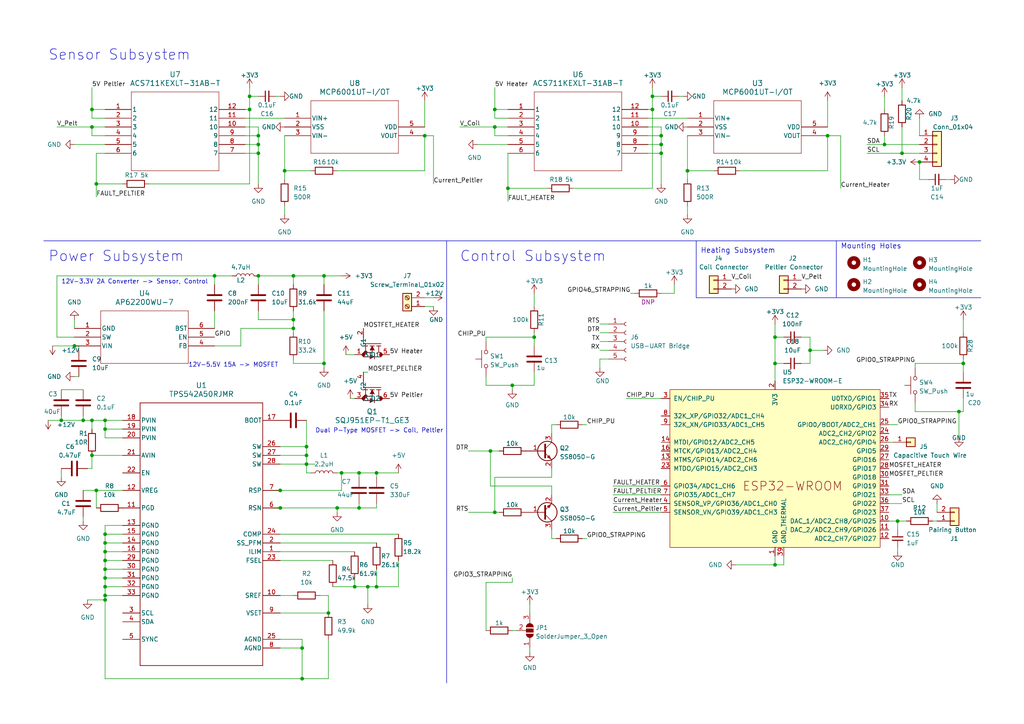
<source format=kicad_sch>
(kicad_sch (version 20230121) (generator eeschema)
  (paper "A4")
  (junction (at 102.87 170.18))
  (junction (at 85.09 95.25))
  (junction (at 26.67 132.08))
  (junction (at 143.51 36.83))
  (junction (at 123.19 39.37))
  (junction (at 189.23 27.94))
  (junction (at 99.06 137.16))
  (junction (at 87.63 187.96))
  (junction (at 154.94 97.79))
  (junction (at 261.62 44.45))
  (junction (at 266.7 46.99))
  (junction (at 260.35 151.13))
  (junction (at 30.48 170.18))
  (junction (at 143.51 31.75))
  (junction (at 72.39 27.94))
  (junction (at 191.77 41.91))
  (junction (at 72.39 31.75))
  (junction (at 30.48 124.46))
  (junction (at 279.4 105.41))
  (junction (at 199.39 49.53))
  (junction (at 104.14 147.32))
  (junction (at 148.59 111.76))
  (junction (at 93.98 80.01))
  (junction (at 93.98 105.41))
  (junction (at 26.67 121.92))
  (junction (at 224.79 105.41))
  (junction (at 142.24 130.81))
  (junction (at 74.93 80.01))
  (junction (at 26.67 36.83))
  (junction (at 30.48 172.72))
  (junction (at 30.48 162.56))
  (junction (at 74.93 41.91))
  (junction (at 81.28 142.24))
  (junction (at 81.28 147.32))
  (junction (at 256.54 41.91))
  (junction (at 147.32 54.61))
  (junction (at 62.23 80.01))
  (junction (at 191.77 39.37))
  (junction (at 97.79 147.32))
  (junction (at 88.9 129.54))
  (junction (at 17.78 121.92))
  (junction (at 85.09 80.01))
  (junction (at 30.48 160.02))
  (junction (at 106.68 170.18))
  (junction (at 109.22 137.16))
  (junction (at 87.63 196.85))
  (junction (at 189.23 31.75))
  (junction (at 143.51 148.59))
  (junction (at 74.93 44.45))
  (junction (at 27.94 142.24))
  (junction (at 109.22 170.18))
  (junction (at 30.48 173.99))
  (junction (at 191.77 44.45))
  (junction (at 26.67 31.75))
  (junction (at 30.48 157.48))
  (junction (at 82.55 49.53))
  (junction (at 30.48 165.1))
  (junction (at 240.03 39.37))
  (junction (at 24.13 121.92))
  (junction (at 278.13 119.38))
  (junction (at 224.79 163.83))
  (junction (at 85.09 92.71))
  (junction (at 74.93 39.37))
  (junction (at 95.25 177.8))
  (junction (at 88.9 134.62))
  (junction (at 21.59 100.33))
  (junction (at 224.79 97.79))
  (junction (at 30.48 167.64))
  (junction (at 234.95 101.6))
  (junction (at 104.14 137.16))
  (junction (at 30.48 154.94))
  (junction (at 27.94 53.34))
  (junction (at 88.9 132.08))
  (junction (at 30.48 121.92))
  (wire (pts (xy 148.59 111.76) (xy 148.59 113.03)))
  (wire (pts (xy 140.97 109.22) (xy 140.97 111.76)))
  (wire (pts (xy 93.98 82.55) (xy 93.98 80.01)))
  (wire (pts (xy 143.51 148.59) (xy 144.78 148.59)))
  (wire (pts (xy 72.39 31.75) (xy 72.39 53.34)))
  (wire (pts (xy 62.23 90.17) (xy 62.23 95.25)))
  (wire (pts (xy 104.14 146.05) (xy 104.14 147.32)))
  (wire (pts (xy 104.14 138.43) (xy 104.14 137.16)))
  (wire (pts (xy 72.39 27.94) (xy 74.93 27.94)))
  (wire (pts (xy 189.23 27.94) (xy 189.23 31.75)))
  (wire (pts (xy 81.28 185.42) (xy 87.63 185.42)))
  (wire (pts (xy 30.48 160.02) (xy 30.48 162.56)))
  (wire (pts (xy 102.87 167.64) (xy 102.87 170.18)))
  (wire (pts (xy 69.85 100.33) (xy 69.85 95.25)))
  (wire (pts (xy 30.48 172.72) (xy 30.48 173.99)))
  (wire (pts (xy 195.58 82.55) (xy 195.58 85.09)))
  (wire (pts (xy 26.67 25.4) (xy 26.67 31.75)))
  (wire (pts (xy 71.12 36.83) (xy 74.93 36.83)))
  (wire (pts (xy 261.62 25.4) (xy 261.62 29.21)))
  (wire (pts (xy 109.22 165.1) (xy 109.22 170.18)))
  (wire (pts (xy 95.25 172.72) (xy 95.25 177.8)))
  (wire (pts (xy 148.59 167.64) (xy 148.59 168.91)))
  (wire (pts (xy 123.19 86.36) (xy 125.73 86.36)))
  (wire (pts (xy 125.73 39.37) (xy 125.73 53.34)))
  (wire (pts (xy 30.48 157.48) (xy 30.48 160.02)))
  (wire (pts (xy 191.77 85.09) (xy 195.58 85.09)))
  (wire (pts (xy 27.94 44.45) (xy 30.48 44.45)))
  (wire (pts (xy 30.48 170.18) (xy 35.56 170.18)))
  (polyline (pts (xy 201.93 86.36) (xy 284.48 86.36)))
  (wire (pts (xy 123.19 39.37) (xy 125.73 39.37)))
  (wire (pts (xy 30.48 167.64) (xy 30.48 170.18)))
  (wire (pts (xy 74.93 92.71) (xy 74.93 90.17)))
  (wire (pts (xy 81.28 142.24) (xy 99.06 142.24)))
  (wire (pts (xy 260.35 123.19) (xy 257.81 123.19)))
  (wire (pts (xy 274.32 52.07) (xy 275.59 52.07)))
  (wire (pts (xy 135.89 148.59) (xy 143.51 148.59)))
  (wire (pts (xy 88.9 134.62) (xy 81.28 134.62)))
  (wire (pts (xy 279.4 104.14) (xy 279.4 105.41)))
  (wire (pts (xy 187.96 44.45) (xy 191.77 44.45)))
  (wire (pts (xy 199.39 49.53) (xy 199.39 52.07)))
  (wire (pts (xy 265.43 106.68) (xy 265.43 105.41)))
  (wire (pts (xy 62.23 80.01) (xy 67.31 80.01)))
  (wire (pts (xy 189.23 31.75) (xy 189.23 54.61)))
  (wire (pts (xy 271.78 146.05) (xy 271.78 148.59)))
  (wire (pts (xy 243.84 39.37) (xy 240.03 39.37)))
  (wire (pts (xy 154.94 97.79) (xy 154.94 100.33)))
  (wire (pts (xy 30.48 121.92) (xy 35.56 121.92)))
  (wire (pts (xy 43.18 53.34) (xy 72.39 53.34)))
  (wire (pts (xy 199.39 39.37) (xy 199.39 49.53)))
  (wire (pts (xy 30.48 170.18) (xy 30.48 172.72)))
  (wire (pts (xy 82.55 59.69) (xy 82.55 62.23)))
  (wire (pts (xy 257.81 128.27) (xy 259.08 128.27)))
  (wire (pts (xy 243.84 39.37) (xy 243.84 54.61)))
  (polyline (pts (xy 242.57 69.85) (xy 242.57 86.36)))
  (wire (pts (xy 69.85 95.25) (xy 85.09 95.25)))
  (wire (pts (xy 30.48 152.4) (xy 30.48 154.94)))
  (wire (pts (xy 25.4 173.99) (xy 30.48 173.99)))
  (wire (pts (xy 160.02 140.97) (xy 142.24 140.97)))
  (wire (pts (xy 95.25 185.42) (xy 95.25 196.85)))
  (wire (pts (xy 71.12 31.75) (xy 72.39 31.75)))
  (wire (pts (xy 256.54 27.94) (xy 256.54 31.75)))
  (wire (pts (xy 224.79 97.79) (xy 227.33 97.79)))
  (wire (pts (xy 265.43 116.84) (xy 265.43 119.38)))
  (wire (pts (xy 266.7 52.07) (xy 269.24 52.07)))
  (wire (pts (xy 154.94 96.52) (xy 154.94 97.79)))
  (wire (pts (xy 187.96 39.37) (xy 191.77 39.37)))
  (wire (pts (xy 88.9 121.92) (xy 88.9 129.54)))
  (wire (pts (xy 148.59 168.91) (xy 140.97 168.91)))
  (wire (pts (xy 160.02 156.21) (xy 161.29 156.21)))
  (wire (pts (xy 189.23 25.4) (xy 189.23 27.94)))
  (wire (pts (xy 143.51 25.4) (xy 143.51 31.75)))
  (wire (pts (xy 92.71 172.72) (xy 95.25 172.72)))
  (wire (pts (xy 30.48 154.94) (xy 30.48 157.48)))
  (wire (pts (xy 82.55 49.53) (xy 82.55 52.07)))
  (wire (pts (xy 17.78 120.65) (xy 17.78 121.92)))
  (wire (pts (xy 62.23 100.33) (xy 69.85 100.33)))
  (wire (pts (xy 24.13 149.86) (xy 24.13 151.13)))
  (wire (pts (xy 93.98 90.17) (xy 93.98 105.41)))
  (wire (pts (xy 224.79 97.79) (xy 224.79 105.41)))
  (wire (pts (xy 133.35 36.83) (xy 143.51 36.83)))
  (wire (pts (xy 143.51 138.43) (xy 143.51 148.59)))
  (wire (pts (xy 251.46 41.91) (xy 256.54 41.91)))
  (wire (pts (xy 168.91 156.21) (xy 170.18 156.21)))
  (wire (pts (xy 160.02 138.43) (xy 143.51 138.43)))
  (wire (pts (xy 71.12 34.29) (xy 82.55 34.29)))
  (wire (pts (xy 173.99 96.52) (xy 176.53 96.52)))
  (wire (pts (xy 123.19 49.53) (xy 123.19 39.37)))
  (wire (pts (xy 74.93 44.45) (xy 74.93 53.34)))
  (wire (pts (xy 88.9 129.54) (xy 88.9 132.08)))
  (wire (pts (xy 278.13 119.38) (xy 278.13 127)))
  (wire (pts (xy 26.67 121.92) (xy 30.48 121.92)))
  (wire (pts (xy 147.32 34.29) (xy 143.51 34.29)))
  (wire (pts (xy 109.22 170.18) (xy 115.57 170.18)))
  (wire (pts (xy 13.97 121.92) (xy 17.78 121.92)))
  (wire (pts (xy 71.12 39.37) (xy 74.93 39.37)))
  (wire (pts (xy 85.09 82.55) (xy 85.09 80.01)))
  (wire (pts (xy 153.67 175.26) (xy 153.67 177.8)))
  (wire (pts (xy 81.28 187.96) (xy 87.63 187.96)))
  (wire (pts (xy 25.4 135.89) (xy 26.67 135.89)))
  (wire (pts (xy 30.48 162.56) (xy 35.56 162.56)))
  (polyline (pts (xy 12.7 69.85) (xy 284.48 69.85)))
  (wire (pts (xy 90.17 137.16) (xy 88.9 137.16)))
  (wire (pts (xy 143.51 31.75) (xy 147.32 31.75)))
  (wire (pts (xy 104.14 137.16) (xy 109.22 137.16)))
  (wire (pts (xy 87.63 187.96) (xy 87.63 196.85)))
  (wire (pts (xy 62.23 80.01) (xy 62.23 82.55)))
  (wire (pts (xy 85.09 104.14) (xy 85.09 105.41)))
  (wire (pts (xy 266.7 34.29) (xy 266.7 39.37)))
  (wire (pts (xy 30.48 124.46) (xy 30.48 121.92)))
  (wire (pts (xy 22.86 100.33) (xy 21.59 100.33)))
  (wire (pts (xy 88.9 132.08) (xy 88.9 134.62)))
  (wire (pts (xy 160.02 143.51) (xy 160.02 140.97)))
  (wire (pts (xy 102.87 170.18) (xy 106.68 170.18)))
  (wire (pts (xy 21.59 41.91) (xy 30.48 41.91)))
  (wire (pts (xy 251.46 44.45) (xy 261.62 44.45)))
  (wire (pts (xy 191.77 41.91) (xy 191.77 44.45)))
  (wire (pts (xy 260.35 158.75) (xy 260.35 160.02)))
  (polyline (pts (xy 129.54 166.37) (xy 129.54 198.12)))
  (wire (pts (xy 81.28 177.8) (xy 95.25 177.8)))
  (wire (pts (xy 191.77 36.83) (xy 191.77 39.37)))
  (wire (pts (xy 260.35 151.13) (xy 260.35 153.67)))
  (wire (pts (xy 270.51 151.13) (xy 271.78 151.13)))
  (wire (pts (xy 26.67 135.89) (xy 26.67 132.08)))
  (wire (pts (xy 93.98 80.01) (xy 99.06 80.01)))
  (wire (pts (xy 16.51 36.83) (xy 26.67 36.83)))
  (wire (pts (xy 105.41 107.95) (xy 106.68 107.95)))
  (wire (pts (xy 265.43 105.41) (xy 279.4 105.41)))
  (wire (pts (xy 138.43 41.91) (xy 147.32 41.91)))
  (wire (pts (xy 224.79 105.41) (xy 227.33 105.41)))
  (wire (pts (xy 81.28 157.48) (xy 109.22 157.48)))
  (wire (pts (xy 30.48 173.99) (xy 30.48 196.85)))
  (wire (pts (xy 182.88 85.09) (xy 184.15 85.09)))
  (wire (pts (xy 35.56 142.24) (xy 27.94 142.24)))
  (wire (pts (xy 154.94 85.09) (xy 154.94 88.9)))
  (wire (pts (xy 97.79 137.16) (xy 99.06 137.16)))
  (wire (pts (xy 30.48 34.29) (xy 26.67 34.29)))
  (wire (pts (xy 35.56 157.48) (xy 30.48 157.48)))
  (wire (pts (xy 140.97 111.76) (xy 148.59 111.76)))
  (wire (pts (xy 82.55 39.37) (xy 82.55 49.53)))
  (wire (pts (xy 26.67 34.29) (xy 26.67 31.75)))
  (wire (pts (xy 88.9 137.16) (xy 88.9 134.62)))
  (wire (pts (xy 173.99 101.6) (xy 176.53 101.6)))
  (wire (pts (xy 24.13 120.65) (xy 24.13 121.92)))
  (wire (pts (xy 234.95 101.6) (xy 238.76 101.6)))
  (wire (pts (xy 154.94 111.76) (xy 148.59 111.76)))
  (wire (pts (xy 187.96 34.29) (xy 199.39 34.29)))
  (wire (pts (xy 279.4 105.41) (xy 279.4 107.95)))
  (wire (pts (xy 177.8 146.05) (xy 191.77 146.05)))
  (wire (pts (xy 279.4 92.71) (xy 279.4 96.52)))
  (wire (pts (xy 27.94 53.34) (xy 27.94 44.45)))
  (wire (pts (xy 72.39 27.94) (xy 72.39 31.75)))
  (wire (pts (xy 71.12 44.45) (xy 74.93 44.45)))
  (wire (pts (xy 187.96 41.91) (xy 191.77 41.91)))
  (wire (pts (xy 80.01 27.94) (xy 81.28 27.94)))
  (wire (pts (xy 147.32 54.61) (xy 147.32 58.42)))
  (wire (pts (xy 227.33 161.29) (xy 227.33 163.83)))
  (wire (pts (xy 30.48 165.1) (xy 30.48 167.64)))
  (wire (pts (xy 143.51 36.83) (xy 147.32 36.83)))
  (wire (pts (xy 109.22 138.43) (xy 109.22 137.16)))
  (wire (pts (xy 224.79 93.98) (xy 224.79 97.79)))
  (wire (pts (xy 30.48 39.37) (xy 26.67 39.37)))
  (wire (pts (xy 99.06 142.24) (xy 99.06 137.16)))
  (wire (pts (xy 123.19 88.9) (xy 125.73 88.9)))
  (wire (pts (xy 261.62 36.83) (xy 261.62 44.45)))
  (wire (pts (xy 74.93 41.91) (xy 74.93 44.45)))
  (wire (pts (xy 257.81 146.05) (xy 261.62 146.05)))
  (wire (pts (xy 143.51 39.37) (xy 143.51 36.83)))
  (wire (pts (xy 21.59 97.79) (xy 16.51 97.79)))
  (wire (pts (xy 26.67 121.92) (xy 26.67 124.46)))
  (wire (pts (xy 227.33 163.83) (xy 224.79 163.83)))
  (wire (pts (xy 123.19 29.21) (xy 123.19 36.83)))
  (wire (pts (xy 224.79 105.41) (xy 224.79 110.49)))
  (wire (pts (xy 168.91 123.19) (xy 170.18 123.19)))
  (wire (pts (xy 82.55 49.53) (xy 90.17 49.53)))
  (wire (pts (xy 30.48 167.64) (xy 35.56 167.64)))
  (wire (pts (xy 181.61 115.57) (xy 191.77 115.57)))
  (wire (pts (xy 30.48 162.56) (xy 30.48 165.1)))
  (wire (pts (xy 279.4 119.38) (xy 278.13 119.38)))
  (wire (pts (xy 257.81 143.51) (xy 261.62 143.51)))
  (wire (pts (xy 160.02 135.89) (xy 160.02 138.43)))
  (wire (pts (xy 97.79 147.32) (xy 104.14 147.32)))
  (wire (pts (xy 189.23 27.94) (xy 191.77 27.94)))
  (wire (pts (xy 17.78 121.92) (xy 24.13 121.92)))
  (wire (pts (xy 21.59 92.71) (xy 21.59 95.25)))
  (polyline (pts (xy 201.93 69.85) (xy 201.93 86.36)))
  (wire (pts (xy 140.97 168.91) (xy 140.97 182.88)))
  (wire (pts (xy 177.8 143.51) (xy 191.77 143.51)))
  (wire (pts (xy 78.74 142.24) (xy 81.28 142.24)))
  (wire (pts (xy 81.28 132.08) (xy 88.9 132.08)))
  (wire (pts (xy 17.78 113.03) (xy 24.13 113.03)))
  (wire (pts (xy 187.96 31.75) (xy 189.23 31.75)))
  (wire (pts (xy 224.79 161.29) (xy 224.79 163.83)))
  (wire (pts (xy 140.97 99.06) (xy 140.97 97.79)))
  (wire (pts (xy 261.62 44.45) (xy 266.7 44.45)))
  (wire (pts (xy 256.54 39.37) (xy 256.54 41.91)))
  (wire (pts (xy 26.67 132.08) (xy 35.56 132.08)))
  (wire (pts (xy 16.51 80.01) (xy 62.23 80.01)))
  (wire (pts (xy 148.59 182.88) (xy 149.86 182.88)))
  (polyline (pts (xy 129.54 166.37) (xy 129.54 69.85)))
  (wire (pts (xy 74.93 36.83) (xy 74.93 39.37)))
  (wire (pts (xy 26.67 36.83) (xy 30.48 36.83)))
  (wire (pts (xy 71.12 41.91) (xy 74.93 41.91)))
  (wire (pts (xy 27.94 142.24) (xy 27.94 147.32)))
  (wire (pts (xy 232.41 97.79) (xy 234.95 97.79)))
  (wire (pts (xy 109.22 146.05) (xy 109.22 147.32)))
  (wire (pts (xy 17.78 135.89) (xy 17.78 138.43)))
  (wire (pts (xy 106.68 170.18) (xy 109.22 170.18)))
  (wire (pts (xy 85.09 95.25) (xy 85.09 96.52)))
  (wire (pts (xy 173.99 99.06) (xy 176.53 99.06)))
  (wire (pts (xy 147.32 39.37) (xy 143.51 39.37)))
  (wire (pts (xy 97.79 147.32) (xy 97.79 148.59)))
  (wire (pts (xy 266.7 46.99) (xy 266.7 52.07)))
  (wire (pts (xy 265.43 119.38) (xy 278.13 119.38)))
  (wire (pts (xy 81.28 172.72) (xy 85.09 172.72)))
  (wire (pts (xy 177.8 140.97) (xy 191.77 140.97)))
  (wire (pts (xy 30.48 172.72) (xy 35.56 172.72)))
  (wire (pts (xy 199.39 59.69) (xy 199.39 62.23)))
  (wire (pts (xy 30.48 196.85) (xy 87.63 196.85)))
  (wire (pts (xy 187.96 36.83) (xy 191.77 36.83)))
  (wire (pts (xy 85.09 80.01) (xy 74.93 80.01)))
  (wire (pts (xy 256.54 41.91) (xy 266.7 41.91)))
  (wire (pts (xy 88.9 134.62) (xy 91.44 134.62)))
  (wire (pts (xy 173.99 93.98) (xy 176.53 93.98)))
  (wire (pts (xy 81.28 129.54) (xy 88.9 129.54)))
  (wire (pts (xy 160.02 153.67) (xy 160.02 156.21)))
  (wire (pts (xy 234.95 97.79) (xy 234.95 101.6)))
  (wire (pts (xy 30.48 124.46) (xy 35.56 124.46)))
  (wire (pts (xy 30.48 127) (xy 30.48 124.46)))
  (wire (pts (xy 30.48 154.94) (xy 35.56 154.94)))
  (wire (pts (xy 101.6 115.57) (xy 102.87 115.57)))
  (wire (pts (xy 15.24 100.33) (xy 21.59 100.33)))
  (wire (pts (xy 81.28 154.94) (xy 115.57 154.94)))
  (wire (pts (xy 104.14 147.32) (xy 109.22 147.32)))
  (wire (pts (xy 166.37 54.61) (xy 189.23 54.61)))
  (wire (pts (xy 153.67 187.96) (xy 153.67 189.23)))
  (wire (pts (xy 74.93 80.01) (xy 74.93 82.55)))
  (wire (pts (xy 21.59 109.22) (xy 22.86 109.22)))
  (wire (pts (xy 240.03 29.21) (xy 240.03 36.83)))
  (wire (pts (xy 154.94 107.95) (xy 154.94 111.76)))
  (wire (pts (xy 100.33 102.87) (xy 102.87 102.87)))
  (wire (pts (xy 85.09 92.71) (xy 85.09 95.25)))
  (wire (pts (xy 232.41 105.41) (xy 234.95 105.41)))
  (wire (pts (xy 85.09 105.41) (xy 93.98 105.41)))
  (wire (pts (xy 161.29 123.19) (xy 160.02 123.19)))
  (wire (pts (xy 240.03 49.53) (xy 240.03 39.37)))
  (wire (pts (xy 109.22 137.16) (xy 115.57 137.16)))
  (wire (pts (xy 85.09 90.17) (xy 85.09 92.71)))
  (wire (pts (xy 35.56 152.4) (xy 30.48 152.4)))
  (wire (pts (xy 142.24 140.97) (xy 142.24 130.81)))
  (wire (pts (xy 99.06 137.16) (xy 104.14 137.16)))
  (wire (pts (xy 234.95 101.6) (xy 234.95 105.41)))
  (wire (pts (xy 30.48 160.02) (xy 35.56 160.02)))
  (wire (pts (xy 160.02 123.19) (xy 160.02 125.73)))
  (wire (pts (xy 260.35 151.13) (xy 262.89 151.13)))
  (wire (pts (xy 72.39 25.4) (xy 72.39 27.94)))
  (wire (pts (xy 199.39 49.53) (xy 207.01 49.53)))
  (wire (pts (xy 176.53 104.14) (xy 173.99 104.14)))
  (wire (pts (xy 147.32 44.45) (xy 147.32 54.61)))
  (wire (pts (xy 143.51 34.29) (xy 143.51 31.75)))
  (wire (pts (xy 279.4 115.57) (xy 279.4 119.38)))
  (wire (pts (xy 87.63 196.85) (xy 95.25 196.85)))
  (wire (pts (xy 106.68 170.18) (xy 106.68 175.26)))
  (wire (pts (xy 81.28 162.56) (xy 96.52 162.56)))
  (wire (pts (xy 191.77 44.45) (xy 191.77 53.34)))
  (wire (pts (xy 27.94 53.34) (xy 35.56 53.34)))
  (wire (pts (xy 214.63 49.53) (xy 240.03 49.53)))
  (wire (pts (xy 27.94 53.34) (xy 27.94 57.15)))
  (wire (pts (xy 224.79 163.83) (xy 213.36 163.83)))
  (wire (pts (xy 81.28 160.02) (xy 102.87 160.02)))
  (wire (pts (xy 26.67 39.37) (xy 26.67 36.83)))
  (wire (pts (xy 26.67 31.75) (xy 30.48 31.75)))
  (wire (pts (xy 142.24 130.81) (xy 144.78 130.81)))
  (wire (pts (xy 24.13 142.24) (xy 27.94 142.24)))
  (wire (pts (xy 78.74 147.32) (xy 81.28 147.32)))
  (wire (pts (xy 87.63 185.42) (xy 87.63 187.96)))
  (wire (pts (xy 93.98 80.01) (xy 85.09 80.01)))
  (wire (pts (xy 30.48 165.1) (xy 35.56 165.1)))
  (wire (pts (xy 97.79 49.53) (xy 123.19 49.53)))
  (wire (pts (xy 135.89 130.81) (xy 142.24 130.81)))
  (wire (pts (xy 74.93 39.37) (xy 74.93 41.91)))
  (wire (pts (xy 35.56 127) (xy 30.48 127)))
  (wire (pts (xy 257.81 151.13) (xy 260.35 151.13)))
  (wire (pts (xy 115.57 162.56) (xy 115.57 170.18)))
  (wire (pts (xy 85.09 92.71) (xy 74.93 92.71)))
  (wire (pts (xy 173.99 104.14) (xy 173.99 106.68)))
  (wire (pts (xy 81.28 147.32) (xy 97.79 147.32)))
  (wire (pts (xy 177.8 148.59) (xy 191.77 148.59)))
  (wire (pts (xy 93.98 105.41) (xy 93.98 106.68)))
  (wire (pts (xy 191.77 39.37) (xy 191.77 41.91)))
  (wire (pts (xy 196.85 27.94) (xy 198.12 27.94)))
  (wire (pts (xy 147.32 54.61) (xy 158.75 54.61)))
  (wire (pts (xy 16.51 97.79) (xy 16.51 80.01)))
  (wire (pts (xy 96.52 170.18) (xy 102.87 170.18)))
  (wire (pts (xy 140.97 97.79) (xy 154.94 97.79)))
  (wire (pts (xy 24.13 121.92) (xy 26.67 121.92)))
  (wire (pts (xy 22.86 100.33) (xy 22.86 101.6)))
  (text "Heating Subsystem" (at 203.2 73.66 0) (effects (font (size 1.5 1.5)) (justify left bottom)))
  (text "Dual P-Type MOSFET -> Coil, Peltier" (at 91.44 125.73 0) (effects (font (size 1.27 1.27)) (justify left bottom)))
  (text "Control Subsystem" (at 133.35 76.2 0) (effects (font (size 3 3)) (justify left bottom)))
  (text "Power Subsystem" (at 13.97 76.2 0) (effects (font (size 3 3)) (justify left bottom)))
  (text "Mounting Holes" (at 243.84 72.39 0) (effects (font (size 1.5 1.5)) (justify left bottom)))
  (text "12V-5.5V 15A -> MOSFET\n" (at 54.61 106.68 0) (effects (font (size 1.27 1.27)) (justify left bottom)))
  (text "12V-3.3V 2A Converter -> Sensor, Control" (at 17.78 82.55 0) (effects (font (size 1.27 1.27)) (justify left bottom)))
  (text "Sensor Subsystem" (at 13.97 17.78 0) (effects (font (size 3 3)) (justify left bottom)))
  (label "GPIO0_STRAPPING" (at 170.18 156.21 0))
  (label "FAULT_PELTIER" (at 27.94 57.15 0))
  (label "CHIP_PU" (at 140.97 97.79 180))
  (label "TX" (at 173.99 99.06 180))
  (label "V_Pelt" (at 16.51 36.83 0))
  (label "SDA" (at 251.46 41.91 0))
  (label "RTS" (at 173.99 93.98 180))
  (label "RX" (at 173.99 101.6 180))
  (label "MOSFET_PELTIER" (at 106.68 107.95 0))
  (label "RX" (at 257.81 118.11 0))
  (label "SCL" (at 251.46 44.45 0))
  (label "V_Pelt" (at 232.41 81.28 0))
  (label "GPIO0_STRAPPING" (at 265.43 105.41 180))
  (label "SDA" (at 261.62 143.51 0))
  (label "5V Peltier" (at 113.03 115.57 0))
  (label "SCL" (at 261.62 146.05 0))
  (label "GPIO0_STRAPPING" (at 260.35 123.19 0))
  (label "TX" (at 257.81 115.57 0))
  (label "DTR" (at 173.99 96.52 180))
  (label "CHIP_PU" (at 181.61 115.57 0))
  (label "GPIO46_STRAPPING" (at 182.88 85.09 180))
  (label "5V Peltier" (at 26.67 25.4 0))
  (label "FAULT_HEATER" (at 177.8 140.97 0))
  (label "MOSFET_HEATER" (at 257.81 135.89 0))
  (label "MOSTFET_HEATER" (at 105.41 95.25 0))
  (label "V_Coil" (at 212.09 81.28 0))
  (label "GPIO" (at 62.23 97.79 0))
  (label "Current_Heater" (at 177.8 146.05 0))
  (label "DTR" (at 135.89 130.81 180))
  (label "FAULT_HEATER" (at 147.32 58.42 0))
  (label "CHIP_PU" (at 170.18 123.19 0))
  (label "5V Heater" (at 143.51 25.4 0))
  (label "RTS" (at 135.89 148.59 180))
  (label "Current_Peltier" (at 125.73 53.34 0))
  (label "GPIO3_STRAPPING" (at 148.59 167.64 180))
  (label "Current_Peltier" (at 177.8 148.59 0))
  (label "MOSFET_PELTIER" (at 257.81 138.43 0))
  (label "FAULT_PELTIER" (at 177.8 143.51 0))
  (label "5V Heater" (at 113.03 102.87 0))
  (label "V_Coil" (at 133.35 36.83 0))
  (label "Current_Heater" (at 243.84 54.61 0))
  (symbol (lib_id "Connector_Generic:Conn_01x02") (at 207.01 81.28 0) (mirror y) (unit 1)
    (property "Reference" "J4" (at 209.55 74.93 0) (effects (justify left)))
    (property "Value" "Coil Connector" (at 217.17 77.47 0) (effects (justify left)))
    (property "Footprint" "TerminalBlock_TE-Connectivity:TerminalBlock_TE_282834-2_1x02_P2.54mm_Horizontal" (effects hide))
  )
  (symbol (lib_id "Device:L") (at 71.12 80.01 90) (unit 1)
    (property "Reference" "L2" (at 69.85 81.28 90))
    (property "Value" "4.7uH" (at 69.85 77.47 90))
    (property "Footprint" "Inductor_SMD:L_0805_2012Metric" (effects hide))
  )
  (symbol (lib_id "basic:R") (at 261.62 33.02 0) (unit 1)
    (property "Reference" "R20" (at 263.652 33.02 90))
    (property "Value" "4.7k" (at 262.89 29.21 0) (effects (justify left)))
    (property "Footprint" "Resistor_SMD:R_0805_2012Metric" (effects hide))
  )
  (symbol (lib_id "power:+5V") (at 115.57 137.16 0) (unit 1)
    (property "Reference" "#PWR019" (effects hide))
    (property "Value" "+5V" (at 115.57 132.08 0))
  )
  (symbol (lib_id "basic:C") (at 154.94 104.14 0) (unit 1)
    (property "Reference" "C13" (at 157.861 104.5738 0) (effects (justify left)))
    (property "Value" "1u" (at 155.575 106.68 0) (effects (justify left)))
    (property "Footprint" "Capacitor_SMD:C_0805_2012Metric" (effects hide))
  )
  (symbol (lib_id "Device:C_Small") (at 260.35 156.21 0) (unit 1)
    (property "Reference" "C15" (at 262.89 154.9463 0) (effects (justify left)))
    (property "Value" "1uF" (at 262.89 157.4863 0) (effects (justify left)))
    (property "Footprint" "Capacitor_SMD:C_0805_2012Metric" (effects hide))
  )
  (symbol (lib_id "Device:C") (at 24.13 116.84 0) (unit 1)
    (property "Reference" "C2" (at 27.94 115.57 0) (effects (justify left)))
    (property "Value" "0.1uF" (at 27.94 118.11 0) (effects (justify left)))
    (property "Footprint" "Capacitor_SMD:C_0805_2012Metric" (effects hide))
  )
  (symbol (lib_name "+3V3_1") (lib_id "power:+3V3") (at 240.03 29.21 0) (unit 1)
    (property "Reference" "#PWR028" (effects hide))
    (property "Value" "+3V3" (at 240.03 24.13 0))
  )
  (symbol (lib_id "Device:R") (at 26.67 128.27 0) (unit 1)
    (property "Reference" "R1" (at 22.86 125.73 0) (effects (justify left)))
    (property "Value" "10R" (at 21.59 128.27 0) (effects (justify left)))
    (property "Footprint" "Resistor_SMD:R_0805_2012Metric" (effects hide))
  )
  (symbol (lib_id "power:+3V3") (at 195.58 82.55 0) (unit 1)
    (property "Reference" "#PWR042" (effects hide))
    (property "Value" "+3V3" (at 195.58 78.9742 0))
  )
  (symbol (lib_id "Mechanical:MountingHole") (at 247.65 76.2 0) (unit 1)
    (property "Reference" "H1" (at 250.19 75.3653 0) (effects (justify left)))
    (property "Value" "MountingHole" (at 250.19 77.9022 0) (effects (justify left)))
    (property "Footprint" "MountingHole:MountingHole_3.2mm_M3" (effects hide))
  )
  (symbol (lib_id "power:GND") (at 212.09 83.82 90) (unit 1)
    (property "Reference" "#PWR035" (effects hide))
    (property "Value" "GND" (at 215.9 83.82 90) (effects (justify right)))
  )
  (symbol (lib_id "basic:C") (at 279.4 111.76 0) (unit 1)
    (property "Reference" "C20" (at 280.67 116.84 0) (effects (justify left)))
    (property "Value" "1u" (at 280.035 114.3 0) (effects (justify left)))
    (property "Footprint" "Capacitor_SMD:C_0805_2012Metric" (effects hide))
  )
  (symbol (lib_id "Device:C") (at 17.78 116.84 0) (unit 1)
    (property "Reference" "C3" (at 13.97 114.3 0) (effects (justify left)))
    (property "Value" "40uF" (at 12.7 119.38 0) (effects (justify left)))
    (property "Footprint" "Capacitor_SMD:C_0805_2012Metric" (effects hide))
  )
  (symbol (lib_id "Device:C") (at 22.86 105.41 180) (unit 1)
    (property "Reference" "C9" (at 26.67 104.14 0) (effects (justify right)))
    (property "Value" "10uF" (at 26.67 106.68 0) (effects (justify right)))
    (property "Footprint" "Capacitor_SMD:C_0805_2012Metric" (effects hide))
  )
  (symbol (lib_id "Device:R") (at 95.25 181.61 0) (unit 1)
    (property "Reference" "R3" (at 97.79 180.34 0) (effects (justify left)))
    (property "Value" "49.9k" (at 97.79 182.88 0) (effects (justify left)))
    (property "Footprint" "Resistor_SMD:R_0805_2012Metric" (effects hide))
  )
  (symbol (lib_id "Device:R") (at 85.09 86.36 0) (unit 1)
    (property "Reference" "R9" (at 86.36 85.09 0) (effects (justify left)))
    (property "Value" "31.6k" (at 86.36 87.63 0) (effects (justify left)))
    (property "Footprint" "Resistor_SMD:R_0805_2012Metric" (effects hide))
  )
  (symbol (lib_id "Connector:Conn_01x05_Female") (at 181.61 99.06 0) (unit 1)
    (property "Reference" "J6" (at 182.88 97.79 0) (effects (justify left)))
    (property "Value" "USB-UART Bridge" (at 182.88 100.33 0) (effects (justify left)))
    (property "Footprint" "Connector_PinHeader_2.54mm:PinHeader_1x05_P2.54mm_Vertical" (effects hide))
  )
  (symbol (lib_id "Device:R") (at 39.37 53.34 90) (unit 1)
    (property "Reference" "R17" (at 38.1 50.8 90))
    (property "Value" "5k" (at 41.91 50.8 90))
    (property "Footprint" "Resistor_SMD:R_0805_2012Metric" (effects hide))
  )
  (symbol (lib_id "power:GND") (at 106.68 175.26 0) (unit 1)
    (property "Reference" "#PWR03" (effects hide))
    (property "Value" "GND" (at 106.68 180.34 0))
  )
  (symbol (lib_id "power:GND") (at 148.59 113.03 0) (unit 1)
    (property "Reference" "#PWR015" (effects hide))
    (property "Value" "GND" (at 148.59 117.4734 0))
  )
  (symbol (lib_id "power:+3.3V") (at 266.7 46.99 90) (unit 1)
    (property "Reference" "#PWR013" (effects hide))
    (property "Value" "+3.3V" (at 262.89 46.99 90) (effects (justify left)))
  )
  (symbol (lib_id "Switch:SW_Push") (at 265.43 111.76 90) (unit 1)
    (property "Reference" "SW4" (at 266.573 110.9253 90) (effects (justify right)))
    (property "Value" "SW_Push" (at 266.573 113.4622 90) (effects (justify right)))
    (property "Footprint" "Button_Switch_SMD:SW_SPST_B3S-1000" (effects hide))
    (property "Datasheet" "https://www.digikey.com/en/products/detail/omron-electronics-inc-emc-div/B3S-1000/20686" (effects hide))
  )
  (symbol (lib_id "Connector_Generic:Conn_01x02") (at 227.33 81.28 0) (mirror y) (unit 1)
    (property "Reference" "J2" (at 231.14 74.93 0) (effects (justify left)))
    (property "Value" "Peltier Connector" (at 238.76 77.47 0) (effects (justify left)))
    (property "Footprint" "Connector_Molex:Molex_KK-254_AE-6410-02A_1x02_P2.54mm_Vertical" (effects hide))
  )
  (symbol (lib_id "Connector_Generic:Conn_01x01") (at 264.16 128.27 0) (unit 1)
    (property "Reference" "J5" (at 266.7 129.54 0) (effects (justify left)))
    (property "Value" "Capacitive Touch Wire" (at 259.08 132.08 0) (effects (justify left)))
    (property "Footprint" "Connector_PinHeader_1.00mm:PinHeader_1x01_P1.00mm_Vertical" (effects hide))
  )
  (symbol (lib_id "power:+12V") (at 15.24 100.33 180) (unit 1)
    (property "Reference" "#PWR06" (effects hide))
    (property "Value" "+12V" (at 17.78 101.6 0) (effects (justify right)))
  )
  (symbol (lib_id "power:GND") (at 199.39 36.83 270) (unit 1)
    (property "Reference" "#PWR037" (effects hide))
    (property "Value" "GND" (at 196.85 36.83 90) (effects (justify right)))
  )
  (symbol (lib_id "ACS711KEXLT_31AB_T:ACS711KEXLT-31AB-T") (at 30.48 31.75 0) (unit 1)
    (property "Reference" "U7" (at 50.8 21.59 0) (effects (font (size 1.524 1.524))))
    (property "Value" "ACS711KEXLT-31AB-T" (at 50.8 24.13 0) (effects (font (size 1.524 1.524))))
    (property "Footprint" "ACS711KEXLT_31AB_T:QFN12_ACS711KEXLT-31AB-T_ALM" (effects hide))
    (property "Datasheet" "ACS711KEXLT-31AB-T" (effects hide))
  )
  (symbol (lib_id "power:GND") (at 81.28 27.94 90) (unit 1)
    (property "Reference" "#PWR038" (effects hide))
    (property "Value" "GND" (at 83.82 27.94 90) (effects (justify right)))
  )
  (symbol (lib_id "Connector:Screw_Terminal_01x02") (at 118.11 88.9 180) (unit 1)
    (property "Reference" "J7" (at 118.11 80.01 0))
    (property "Value" "Screw_Terminal_01x02" (at 118.11 82.55 0))
    (property "Footprint" "TerminalBlock_TE-Connectivity:TerminalBlock_TE_282834-2_1x02_P2.54mm_Horizontal" (effects hide))
  )
  (symbol (lib_id "Device:C") (at 62.23 86.36 180) (unit 1)
    (property "Reference" "C8" (at 66.04 85.09 0) (effects (justify right)))
    (property "Value" "200nF" (at 66.04 87.63 0) (effects (justify right)))
    (property "Footprint" "Capacitor_SMD:C_0805_2012Metric" (effects hide))
  )
  (symbol (lib_id "Device:C_Small") (at 271.78 52.07 90) (unit 1)
    (property "Reference" "C14" (at 271.78 57.15 90))
    (property "Value" "1uF" (at 271.78 54.61 90))
    (property "Footprint" "Capacitor_SMD:C_0805_2012Metric" (effects hide))
  )
  (symbol (lib_id "Device:R") (at 266.7 151.13 90) (unit 1)
    (property "Reference" "R12" (at 266.7 147.32 90))
    (property "Value" "10k" (at 266.7 148.59 90))
    (property "Footprint" "Resistor_SMD:R_0805_2012Metric" (effects hide))
  )
  (symbol (lib_id "Device:L") (at 93.98 137.16 90) (unit 1)
    (property "Reference" "L1" (at 93.98 132.08 90))
    (property "Value" "2.2uH" (at 93.98 134.62 90))
    (property "Footprint" "Inductor_SMD:L_0805_2012Metric" (effects hide))
  )
  (symbol (lib_id "Device:R") (at 31.75 147.32 90) (unit 1)
    (property "Reference" "R8" (at 31.75 140.97 90))
    (property "Value" "10k" (at 31.75 143.51 90))
    (property "Footprint" "Resistor_SMD:R_0805_2012Metric" (effects hide))
  )
  (symbol (lib_id "power:+3V3") (at 154.94 85.09 0) (unit 1)
    (property "Reference" "#PWR017" (effects hide))
    (property "Value" "+3V3" (at 154.94 81.5142 0))
  )
  (symbol (lib_id "Device:C") (at 104.14 142.24 0) (unit 1)
    (property "Reference" "C7" (at 99.06 139.7 0) (effects (justify left)))
    (property "Value" "44uF" (at 97.79 143.51 0) (effects (justify left)))
    (property "Footprint" "Capacitor_SMD:C_0805_2012Metric" (effects hide))
  )
  (symbol (lib_id "power:GND") (at 21.59 92.71 180) (unit 1)
    (property "Reference" "#PWR08" (effects hide))
    (property "Value" "GND" (at 21.59 87.63 0))
  )
  (symbol (lib_id "power:+3V3") (at 123.19 29.21 0) (unit 1)
    (property "Reference" "#PWR031" (effects hide))
    (property "Value" "+3V3" (at 123.19 25.6342 0))
  )
  (symbol (lib_id "power:GND") (at 21.59 109.22 270) (unit 1)
    (property "Reference" "#PWR09" (effects hide))
    (property "Value" "GND" (at 17.78 109.22 90) (effects (justify right)))
  )
  (symbol (lib_id "Mechanical:MountingHole") (at 266.7 82.55 0) (unit 1)
    (property "Reference" "H4" (at 269.24 81.7153 0) (effects (justify left)))
    (property "Value" "MountingHole" (at 269.24 84.2522 0) (effects (justify left)))
    (property "Footprint" "MountingHole:MountingHole_3.2mm_M3" (effects hide))
  )
  (symbol (lib_id "Device:R") (at 199.39 55.88 0) (unit 1)
    (property "Reference" "R13" (at 201.93 54.61 0) (effects (justify left)))
    (property "Value" "500R" (at 201.93 57.15 0) (effects (justify left)))
    (property "Footprint" "Resistor_SMD:R_0805_2012Metric" (effects hide))
  )
  (symbol (lib_id "power:GND") (at 17.78 138.43 0) (unit 1)
    (property "Reference" "#PWR04" (effects hide))
    (property "Value" "GND" (at 17.78 143.51 0))
  )
  (symbol (lib_id "power:GND") (at 21.59 41.91 270) (unit 1)
    (property "Reference" "#PWR030" (effects hide))
    (property "Value" "GND" (at 17.78 41.91 90) (effects (justify right)))
  )
  (symbol (lib_id "Device:R") (at 162.56 54.61 90) (unit 1)
    (property "Reference" "R18" (at 161.29 52.07 90))
    (property "Value" "5k" (at 165.1 52.07 90))
    (property "Footprint" "Resistor_SMD:R_0805_2012Metric" (effects hide))
  )
  (symbol (lib_id "power:GND") (at 153.67 189.23 0) (unit 1)
    (property "Reference" "#PWR044" (effects hide))
    (property "Value" "GND" (at 153.67 193.6734 0))
  )
  (symbol (lib_id "power:GND") (at 74.93 53.34 0) (unit 1)
    (property "Reference" "#PWR032" (effects hide))
    (property "Value" "GND" (at 74.93 58.42 0))
  )
  (symbol (lib_id "power:+5V") (at 100.33 102.87 0) (unit 1)
    (property "Reference" "#PWR021" (effects hide))
    (property "Value" "+5V" (at 100.33 97.79 0))
  )
  (symbol (lib_id "Device:C") (at 93.98 86.36 180) (unit 1)
    (property "Reference" "C11" (at 97.79 85.09 0) (effects (justify right)))
    (property "Value" "44uF" (at 97.79 87.63 0) (effects (justify right)))
    (property "Footprint" "Capacitor_SMD:C_0805_2012Metric" (effects hide))
  )
  (symbol (lib_id "power:+3V3") (at 261.62 25.4 0) (unit 1)
    (property "Reference" "#PWR050" (effects hide))
    (property "Value" "+3V3" (at 261.62 21.8242 0))
  )
  (symbol (lib_id "power:GND") (at 25.4 173.99 0) (unit 1)
    (property "Reference" "#PWR02" (effects hide))
    (property "Value" "GND" (at 25.4 179.07 0))
  )
  (symbol (lib_id "power:+3V3") (at 72.39 25.4 0) (unit 1)
    (property "Reference" "#PWR018" (effects hide))
    (property "Value" "+3V3" (at 72.39 21.8242 0))
  )
  (symbol (lib_id "power:GND") (at 238.76 101.6 90) (unit 1)
    (property "Reference" "#PWR014" (effects hide))
    (property "Value" "GND" (at 242.57 101.6 90) (effects (justify right)))
  )
  (symbol (lib_id "power:+3V3") (at 189.23 25.4 0) (unit 1)
    (property "Reference" "#PWR034" (effects hide))
    (property "Value" "+3V3" (at 189.23 21.8242 0))
  )
  (symbol (lib_id "power:GND") (at 198.12 27.94 90) (unit 1)
    (property "Reference" "#PWR039" (effects hide))
    (property "Value" "GND" (at 200.66 27.94 90) (effects (justify right)))
  )
  (symbol (lib_id "PCM_Espressif:ESP32-WROOM-E") (at 224.79 135.89 0) (unit 1)
    (property "Reference" "U5" (at 226.9841 107.95 0) (effects (justify left)))
    (property "Value" "ESP32-WROOM-E" (at 226.9841 110.49 0) (effects (justify left)))
    (property "Footprint" "PCM_Espressif:ESP32-WROOM-32E" (effects hide))
    (property "Datasheet" "https://www.espressif.com/sites/default/files/documentation/esp32-wroom-32e_esp32-wroom-32ue_datasheet_en.pdf" (effects hide))
  )
  (symbol (lib_id "power:GND") (at 278.13 127 0) (unit 1)
    (property "Reference" "#PWR046" (effects hide))
    (property "Value" "GND" (at 278.13 127 0))
  )
  (symbol (lib_id "basic:R") (at 279.4 100.33 0) (unit 1)
    (property "Reference" "R28" (at 281.432 100.33 90))
    (property "Value" "100k" (at 273.05 100.33 0) (effects (justify left)))
    (property "Footprint" "Resistor_SMD:R_0805_2012Metric" (effects hide))
  )
  (symbol (lib_id "power:GND") (at 191.77 53.34 0) (unit 1)
    (property "Reference" "#PWR026" (effects hide))
    (property "Value" "GND" (at 191.77 58.42 0))
  )
  (symbol (lib_id "Connector_Generic:Conn_01x04") (at 271.78 41.91 0) (unit 1)
    (property "Reference" "J3" (at 275.59 34.29 0) (effects (justify left)))
    (property "Value" "Conn_01x04" (at 270.51 36.83 0) (effects (justify left)))
    (property "Footprint" "Connector_Molex:Molex_KK-254_AE-6410-04A_1x04_P2.54mm_Vertical" (effects hide))
  )
  (symbol (lib_id "power:GND") (at 138.43 41.91 270) (unit 1)
    (property "Reference" "#PWR025" (effects hide))
    (property "Value" "GND" (at 139.7 45.72 90) (effects (justify right)))
  )
  (symbol (lib_id "Mechanical:MountingHole") (at 266.7 76.2 0) (unit 1)
    (property "Reference" "H3" (at 269.24 75.3653 0) (effects (justify left)))
    (property "Value" "MountingHole" (at 269.24 77.9022 0) (effects (justify left)))
    (property "Footprint" "MountingHole:MountingHole_3.2mm_M3" (effects hide))
  )
  (symbol (lib_id "power:+12V") (at 13.97 121.92 180) (unit 1)
    (property "Reference" "#PWR07" (effects hide))
    (property "Value" "+12V" (at 16.51 123.19 0) (effects (justify right)))
  )
  (symbol (lib_id "power:GND") (at 232.41 83.82 90) (unit 1)
    (property "Reference" "#PWR011" (effects hide))
    (property "Value" "GND" (at 236.22 83.82 90) (effects (justify right)))
  )
  (symbol (lib_id "ACS711KEXLT_31AB_T:ACS711KEXLT-31AB-T") (at 147.32 31.75 0) (unit 1)
    (property "Reference" "U6" (at 167.64 21.59 0) (effects (font (size 1.524 1.524))))
    (property "Value" "ACS711KEXLT-31AB-T" (at 167.64 24.13 0) (effects (font (size 1.524 1.524))))
    (property "Footprint" "ACS711KEXLT_31AB_T:QFN12_ACS711KEXLT-31AB-T_ALM" (effects hide))
    (property "Datasheet" "ACS711KEXLT-31AB-T" (effects hide))
  )
  (symbol (lib_id "Mechanical:MountingHole") (at 247.65 82.55 0) (unit 1)
    (property "Reference" "H2" (at 250.19 81.7153 0) (effects (justify left)))
    (property "Value" "MountingHole" (at 250.19 84.2522 0) (effects (justify left)))
    (property "Footprint" "MountingHole:MountingHole_3.2mm_M3" (effects hide))
  )
  (symbol (lib_id "basic:R") (at 165.1 123.19 90) (unit 1)
    (property "Reference" "R25" (effects hide))
    (property "Value" "10k" (at 165.1 121.0112 90))
    (property "Footprint" "Resistor_SMD:R_0805_2012Metric" (effects hide))
  )
  (symbol (lib_id "SQJ951EP_T1_GE3:SQJ951EP-T1_GE3") (at 105.41 95.25 270) (unit 1)
    (property "Reference" "Q1" (at 107.95 119.38 90) (effects (font (size 1.524 1.524))))
    (property "Value" "SQJ951EP-T1_GE3" (at 107.95 121.92 90) (effects (font (size 1.524 1.524))))
    (property "Footprint" "SQJ951EP_T1_GE3:MOSFET_DEP-T1_GE3_VIS" (effects hide))
    (property "Datasheet" "SQJ951EP-T1_GE3" (effects hide))
  )
  (symbol (lib_id "power:GND") (at 266.7 34.29 180) (unit 1)
    (property "Reference" "#PWR012" (effects hide))
    (property "Value" "GND" (at 269.24 33.02 0) (effects (justify right)))
  )
  (symbol (lib_id "Switch:SW_Push") (at 140.97 104.14 90) (unit 1)
    (property "Reference" "SW1" (at 142.113 103.3053 90) (effects (justify right)))
    (property "Value" "SW_Push" (at 142.113 105.8422 90) (effects (justify right)))
    (property "Footprint" "Button_Switch_SMD:SW_SPST_B3S-1000" (effects hide))
    (property "Datasheet" "https://www.digikey.com/en/products/detail/omron-electronics-inc-emc-div/B3S-1000/20686" (effects hide))
  )
  (symbol (lib_id "Connector_Generic:Conn_01x02") (at 276.86 151.13 0) (mirror x) (unit 1)
    (property "Reference" "J1" (at 275.59 156.21 0) (effects (justify left)))
    (property "Value" "Pairing Button" (at 269.24 153.67 0) (effects (justify left)))
    (property "Footprint" "Connector_Molex:Molex_KK-254_AE-6410-02A_1x02_P2.54mm_Vertical" (effects hide))
  )
  (symbol (lib_id "Device:C") (at 74.93 86.36 180) (unit 1)
    (property "Reference" "C10" (at 78.74 85.09 0) (effects (justify right)))
    (property "Value" "10uF" (at 78.74 87.63 0) (effects (justify right)))
    (property "Footprint" "Capacitor_SMD:C_0805_2012Metric" (effects hide))
  )
  (symbol (lib_id "power:+3V3") (at 224.79 93.98 0) (unit 1)
    (property "Reference" "#PWR051" (effects hide))
    (property "Value" "+3V3" (at 224.79 90.4042 0))
  )
  (symbol (lib_id "basic:R") (at 187.96 85.09 90) (unit 1)
    (property "Reference" "R21" (effects hide))
    (property "Value" "1k" (at 187.96 82.9112 90))
    (property "Footprint" "Resistor_SMD:R_0805_2012Metric" (effects hide))
    (property "Note" "DNP" (at 187.96 87.63 90))
  )
  (symbol (lib_id "power:GND") (at 173.99 106.68 0) (unit 1)
    (property "Reference" "#PWR040" (effects hide))
    (property "Value" "GND" (at 172.72 110.49 0) (effects (justify left)))
  )
  (symbol (lib_id "MCP6001UT-I/OT:MCP6001UT-I_OT") (at 199.39 34.29 0) (unit 1)
    (property "Reference" "U3" (at 219.71 24.13 0) (effects (font (size 1.524 1.524))))
    (property "Value" "MCP6001UT-I/OT" (at 219.71 26.67 0) (effects (font (size 1.524 1.524))))
    (property "Footprint" "MCP6001UT-I/OT:SOT-23-5_MC_MCH" (effects hide))
    (property "Datasheet" "MCP6001UT-I/OT" (effects hide))
  )
  (symbol (lib_id "AP62200WU_7:AP62200WU-7") (at 21.59 95.25 0) (unit 1)
    (property "Reference" "U4" (at 41.91 85.09 0) (effects (font (size 1.524 1.524))))
    (property "Value" "AP62200WU-7" (at 41.91 87.63 0) (effects (font (size 1.524 1.524))))
    (property "Footprint" "AP62200WU_7:TSOT26-WU_DIO" (effects hide))
    (property "Datasheet" "AP62200WU-7" (effects hide))
  )
  (symbol (lib_id "Device:Q_NPN_BEC") (at 157.48 130.81 0) (unit 1)
    (property "Reference" "Q2" (at 162.3314 129.9753 0) (effects (justify left)))
    (property "Value" "SS8050-G" (at 162.3314 132.5122 0) (effects (justify left)))
    (property "Footprint" "Package_TO_SOT_SMD:SOT-23" (effects hide))
  )
  (symbol (lib_id "Device:R") (at 102.87 163.83 180) (unit 1)
    (property "Reference" "R6" (at 104.14 163.83 0) (effects (justify right)))
    (property "Value" "61.9k" (at 104.14 166.37 0) (effects (justify right)))
    (property "Footprint" "Resistor_SMD:R_0805_2012Metric" (effects hide))
  )
  (symbol (lib_id "Device:C_Small") (at 229.87 97.79 90) (unit 1)
    (property "Reference" "C12" (at 229.8763 91.44 90))
    (property "Value" "100nF" (at 229.8763 93.98 90))
    (property "Footprint" "Capacitor_SMD:C_0805_2012Metric" (effects hide))
  )
  (symbol (lib_id "basic:R") (at 148.59 148.59 90) (unit 1)
    (property "Reference" "R23" (effects hide))
    (property "Value" "10k" (at 148.59 146.4112 90))
    (property "Footprint" "Resistor_SMD:R_0805_2012Metric" (effects hide))
  )
  (symbol (lib_id "Device:Q_NPN_BEC") (at 157.48 148.59 0) (mirror x) (unit 1)
    (property "Reference" "Q3" (at 162.3314 147.7553 0) (effects (justify left)))
    (property "Value" "SS8050-G" (at 162.3314 150.2922 0) (effects (justify left)))
    (property "Footprint" "Package_TO_SOT_SMD:SOT-23" (effects hide))
  )
  (symbol (lib_id "Device:C") (at 21.59 135.89 90) (unit 1)
    (property "Reference" "C6" (at 20.32 129.54 90))
    (property "Value" "0.47uF" (at 20.32 132.08 90))
    (property "Footprint" "Capacitor_SMD:C_0805_2012Metric" (effects hide))
  )
  (symbol (lib_id "Device:R") (at 85.09 100.33 0) (unit 1)
    (property "Reference" "R10" (at 86.36 99.06 0) (effects (justify left)))
    (property "Value" "33.2k" (at 86.36 101.6 0) (effects (justify left)))
    (property "Footprint" "Resistor_SMD:R_0805_2012Metric" (effects hide))
  )
  (symbol (lib_id "power:GND") (at 271.78 146.05 180) (unit 1)
    (property "Reference" "#PWR024" (effects hide))
    (property "Value" "GND" (at 271.78 140.97 0))
  )
  (symbol (lib_id "basic:R") (at 144.78 182.88 90) (unit 1)
    (property "Reference" "R24" (effects hide))
    (property "Value" "1k" (at 144.78 180.7012 90))
    (property "Footprint" "Resistor_SMD:R_0805_2012Metric" (effects hide))
  )
  (symbol (lib_id "TPS542A50:TPS542A50RJMR") (at 58.42 154.94 0) (unit 1)
    (property "Reference" "U1" (at 58.42 111.76 0) (effects (font (size 1.524 1.524))))
    (property "Value" "TPS542A50RJMR" (at 58.42 114.3 0) (effects (font (size 1.524 1.524))))
    (property "Footprint" "TPS542A50RJMR:RJM0033A" (effects hide))
    (property "Datasheet" "TPS542A50RJMR" (effects hide))
  )
  (symbol (lib_id "Device:R") (at 82.55 55.88 0) (unit 1)
    (property "Reference" "R15" (at 85.09 54.61 0) (effects (justify left)))
    (property "Value" "500R" (at 85.09 57.15 0) (effects (justify left)))
    (property "Footprint" "Resistor_SMD:R_0805_2012Metric" (effects hide))
  )
  (symbol (lib_id "basic:R") (at 154.94 92.71 0) (unit 1)
    (property "Reference" "R11" (at 156.972 92.71 90))
    (property "Value" "100k" (at 148.59 92.71 0) (effects (justify left)))
    (property "Footprint" "Resistor_SMD:R_0805_2012Metric" (effects hide))
  )
  (symbol (lib_id "basic:R") (at 148.59 130.81 90) (unit 1)
    (property "Reference" "R22" (effects hide))
    (property "Value" "10k" (at 148.59 128.6312 90))
    (property "Footprint" "Resistor_SMD:R_0805_2012Metric" (effects hide))
  )
  (symbol (lib_id "basic:R") (at 165.1 156.21 90) (unit 1)
    (property "Reference" "R26" (effects hide))
    (property "Value" "10k" (at 165.1 154.0312 90))
    (property "Footprint" "Resistor_SMD:R_0805_2012Metric" (effects hide))
  )
  (symbol (lib_id "power:+3V3") (at 153.67 175.26 0) (unit 1)
    (property "Reference" "#PWR043" (effects hide))
    (property "Value" "+3V3" (at 153.67 171.6842 0))
  )
  (symbol (lib_id "Jumper:SolderJumper_3_Open") (at 153.67 182.88 270) (mirror x) (unit 1)
    (property "Reference" "JP1" (at 155.321 182.0453 90) (effects (justify left)))
    (property "Value" "SolderJumper_3_Open" (at 155.321 184.5822 90) (effects (justify left)))
    (property "Footprint" "Jumper:SolderJumper-3_P2.0mm_Open_TrianglePad1.0x1.5mm" (effects hide))
  )
  (symbol (lib_id "power:GND") (at 199.39 62.23 0) (unit 1)
    (property "Reference" "#PWR029" (effects hide))
    (property "Value" "GND" (at 199.39 67.31 0))
  )
  (symbol (lib_id "power:+3V3") (at 99.06 80.01 270) (unit 1)
    (property "Reference" "#PWR016" (effects hide))
    (property "Value" "+3V3" (at 102.87 80.01 90) (effects (justify left)))
  )
  (symbol (lib_id "power:+3V3") (at 256.54 27.94 0) (unit 1)
    (property "Reference" "#PWR049" (effects hide))
    (property "Value" "+3V3" (at 256.54 24.3642 0))
  )
  (symbol (lib_id "Device:R") (at 109.22 161.29 180) (unit 1)
    (property "Reference" "R7" (at 110.49 161.29 0) (effects (justify right)))
    (property "Value" "26.1k" (at 110.49 163.83 0) (effects (justify right)))
    (property "Footprint" "Resistor_SMD:R_0805_2012Metric" (effects hide))
  )
  (symbol (lib_id "Device:R") (at 210.82 49.53 90) (unit 1)
    (property "Reference" "R14" (at 209.55 46.99 90))
    (property "Value" "10k" (at 213.36 46.99 90))
    (property "Footprint" "Resistor_SMD:R_0805_2012Metric" (effects hide))
  )
  (symbol (lib_id "Device:C") (at 85.09 121.92 90) (unit 1)
    (property "Reference" "C4" (at 85.09 114.3 90))
    (property "Value" "0.1uF" (at 85.09 116.84 90))
    (property "Footprint" "Capacitor_SMD:C_0805_2012Metric" (effects hide))
  )
  (symbol (lib_id "power:GND") (at 213.36 163.83 270) (unit 1)
    (property "Reference" "#PWR022" (effects hide))
    (property "Value" "GND" (at 209.55 163.83 90) (effects (justify right)))
  )
  (symbol (lib_id "power:GND") (at 260.35 160.02 0) (unit 1)
    (property "Reference" "#PWR023" (effects hide))
    (property "Value" "GND" (at 260.35 163.83 0))
  )
  (symbol (lib_id "power:GND") (at 275.59 52.07 90) (unit 1)
    (property "Reference" "#PWR041" (effects hide))
    (property "Value" "GND" (at 278.13 52.07 90) (effects (justify right)))
  )
  (symbol (lib_id "basic:R") (at 256.54 35.56 0) (unit 1)
    (property "Reference" "R19" (at 258.572 35.56 90))
    (property "Value" "4.7k" (at 250.19 35.56 0) (effects (justify left)))
    (property "Footprint" "Resistor_SMD:R_0805_2012Metric" (effects hide))
  )
  (symbol (lib_id "Device:R") (at 96.52 166.37 0) (unit 1)
    (property "Reference" "R4" (at 99.06 165.1 0) (effects (justify left)))
    (property "Value" "47.5k" (at 97.79 167.64 0) (effects (justify left)))
    (property "Footprint" "Resistor_SMD:R_0805_2012Metric" (effects hide))
  )
  (symbol (lib_id "Device:R") (at 115.57 158.75 0) (unit 1)
    (property "Reference" "R5" (at 116.84 157.48 0) (effects (justify left)))
    (property "Value" "18.2k" (at 116.84 160.02 0) (effects (justify left)))
    (property "Footprint" "Resistor_SMD:R_0805_2012Metric" (effects hide))
  )
  (symbol (lib_id "power:+3V3") (at 279.4 92.71 0) (unit 1)
    (property "Reference" "#PWR048" (effects hide))
    (property "Value" "+3V3" (at 279.4 89.1342 0))
  )
  (symbol (lib_id "Device:C") (at 109.22 142.24 0) (unit 1)
    (property "Reference" "C5" (at 113.03 140.97 0) (effects (justify left)))
    (property "Value" "330uF" (at 113.03 143.51 0) (effects (justify left)))
    (property "Footprint" "Capacitor_SMD:C_0805_2012Metric" (effects hide))
  )
  (symbol (lib_id "power:GND") (at 82.55 62.23 0) (unit 1)
    (property "Reference" "#PWR033" (effects hide))
    (property "Value" "GND" (at 82.55 67.31 0))
  )
  (symbol (lib_id "Device:R") (at 93.98 49.53 90) (unit 1)
    (property "Reference" "R16" (at 92.71 46.99 90))
    (property "Value" "10k" (at 96.52 46.99 90))
    (property "Footprint" "Resistor_SMD:R_0805_2012Metric" (effects hide))
  )
  (symbol (lib_id "Device:C_Small") (at 77.47 27.94 90) (unit 1)
    (property "Reference" "C16" (at 77.47 33.02 90))
    (property "Value" "0.1uF" (at 77.47 30.48 90))
    (property "Footprint" "Capacitor_SMD:C_0805_2012Metric" (effects hide))
  )
  (symbol (lib_id "power:+12V") (at 125.73 86.36 270) (unit 1)
    (property "Reference" "#PWR045" (effects hide))
    (property "Value" "+12V" (at 123.19 85.09 90) (effects (justify left)))
  )
  (symbol (lib_id "MCP6001UT-I/OT:MCP6001UT-I_OT") (at 82.55 34.29 0) (unit 1)
    (property "Reference" "U8" (at 102.87 24.13 0) (effects (font (size 1.524 1.524))))
    (property "Value" "MCP6001UT-I/OT" (at 102.87 26.67 0) (effects (font (size 1.524 1.524))))
    (property "Footprint" "MCP6001UT-I/OT:SOT-23-5_MC_MCH" (effects hide))
    (property "Datasheet" "MCP6001UT-I/OT" (effects hide))
  )
  (symbol (lib_id "Device:R") (at 88.9 172.72 90) (unit 1)
    (property "Reference" "R2" (at 88.9 166.37 90))
    (property "Value" "10k" (at 88.9 168.91 90))
    (property "Footprint" "Resistor_SMD:R_0805_2012Metric" (effects hide))
  )
  (symbol (lib_id "Device:C_Small") (at 194.31 27.94 90) (unit 1)
    (property "Reference" "C17" (at 194.31 33.02 90))
    (property "Value" "0.1uF" (at 194.31 30.48 90))
    (property "Footprint" "Capacitor_SMD:C_0805_2012Metric" (effects hide))
  )
  (symbol (lib_id "power:GND") (at 97.79 148.59 0) (unit 1)
    (property "Reference" "#PWR05" (effects hide))
    (property "Value" "GND" (at 97.79 153.67 0))
  )
  (symbol (lib_id "power:GND") (at 93.98 106.68 0) (unit 1)
    (property "Reference" "#PWR010" (effects hide))
    (property "Value" "GND" (at 93.98 111.76 0))
  )
  (symbol (lib_id "Device:C_Small") (at 229.87 105.41 90) (unit 1)
    (property "Reference" "C18" (at 229.8763 99.06 90))
    (property "Value" "10uF" (at 229.8763 101.6 90))
    (property "Footprint" "Capacitor_SMD:C_0805_2012Metric" (effects hide))
  )
  (symbol (lib_id "power:GND") (at 82.55 36.83 270) (unit 1)
    (property "Reference" "#PWR036" (effects hide))
    (property "Value" "GND" (at 80.01 36.83 90) (effects (justify right)))
  )
  (symbol (lib_id "power:+5V") (at 101.6 115.57 0) (unit 1)
    (property "Reference" "#PWR020" (effects hide))
    (property "Value" "+5V" (at 101.6 110.49 0))
  )
  (symbol (lib_id "Device:C") (at 24.13 146.05 0) (unit 1)
    (property "Reference" "C1" (at 17.78 146.05 0) (effects (justify left)))
    (property "Value" "4.7uF" (at 16.51 148.59 0) (effects (justify left)))
    (property "Footprint" "Capacitor_SMD:C_0805_2012Metric" (effects hide))
  )
  (symbol (lib_id "power:GND") (at 24.13 151.13 0) (unit 1)
    (property "Reference" "#PWR01" (effects hide))
    (property "Value" "GND" (at 24.13 156.21 0))
  )
  (symbol (lib_id "power:GND") (at 125.73 88.9 0) (unit 1)
    (property "Reference" "#PWR047" (effects hide))
    (property "Value" "GND" (at 124.46 92.71 0) (effects (justify left)))
  )
)
</source>
